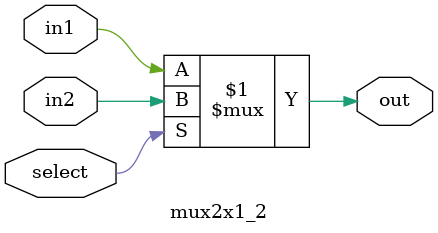
<source format=v>
/*
Program: CI Digital T2/2025
Class: Introdução à Verilog  
Class-ID: SD112
Advisor: Felipe Rocha 
Advisor-Contact: felipef.rocha@inatel.br
Institute: INATEL - Santa Rita do Sapucaí / MG  
Development: André Bezerra 
Student-Contact: andrefrbezerra@gmail.com
Task-ID: A-010
Type: Laboratory
Data: octuber, 17 2025
*/

`timescale 1 ns / 1 ps;

// Atividade A-010-2

module mux2x1_2 (
    input in1, in2, select,
    output out
);
    // 
    assign out = select ? in2 : in1;

endmodule

</source>
